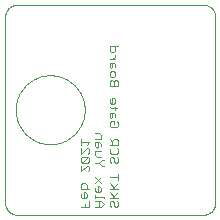
<source format=gbo>
G75*
%MOIN*%
%OFA0B0*%
%FSLAX25Y25*%
%IPPOS*%
%LPD*%
%AMOC8*
5,1,8,0,0,1.08239X$1,22.5*
%
%ADD10C,0.00000*%
%ADD11C,0.00300*%
D10*
X0001000Y0004937D02*
X0001000Y0067063D01*
X0001002Y0067187D01*
X0001008Y0067310D01*
X0001017Y0067434D01*
X0001031Y0067556D01*
X0001048Y0067679D01*
X0001070Y0067801D01*
X0001095Y0067922D01*
X0001124Y0068042D01*
X0001156Y0068161D01*
X0001193Y0068280D01*
X0001233Y0068397D01*
X0001276Y0068512D01*
X0001324Y0068627D01*
X0001375Y0068739D01*
X0001429Y0068850D01*
X0001487Y0068960D01*
X0001548Y0069067D01*
X0001613Y0069173D01*
X0001681Y0069276D01*
X0001752Y0069377D01*
X0001826Y0069476D01*
X0001903Y0069573D01*
X0001984Y0069667D01*
X0002067Y0069758D01*
X0002153Y0069847D01*
X0002242Y0069933D01*
X0002333Y0070016D01*
X0002427Y0070097D01*
X0002524Y0070174D01*
X0002623Y0070248D01*
X0002724Y0070319D01*
X0002827Y0070387D01*
X0002933Y0070452D01*
X0003040Y0070513D01*
X0003150Y0070571D01*
X0003261Y0070625D01*
X0003373Y0070676D01*
X0003488Y0070724D01*
X0003603Y0070767D01*
X0003720Y0070807D01*
X0003839Y0070844D01*
X0003958Y0070876D01*
X0004078Y0070905D01*
X0004199Y0070930D01*
X0004321Y0070952D01*
X0004444Y0070969D01*
X0004566Y0070983D01*
X0004690Y0070992D01*
X0004813Y0070998D01*
X0004937Y0071000D01*
X0067063Y0071000D01*
X0067187Y0070998D01*
X0067310Y0070992D01*
X0067434Y0070983D01*
X0067556Y0070969D01*
X0067679Y0070952D01*
X0067801Y0070930D01*
X0067922Y0070905D01*
X0068042Y0070876D01*
X0068161Y0070844D01*
X0068280Y0070807D01*
X0068397Y0070767D01*
X0068512Y0070724D01*
X0068627Y0070676D01*
X0068739Y0070625D01*
X0068850Y0070571D01*
X0068960Y0070513D01*
X0069067Y0070452D01*
X0069173Y0070387D01*
X0069276Y0070319D01*
X0069377Y0070248D01*
X0069476Y0070174D01*
X0069573Y0070097D01*
X0069667Y0070016D01*
X0069758Y0069933D01*
X0069847Y0069847D01*
X0069933Y0069758D01*
X0070016Y0069667D01*
X0070097Y0069573D01*
X0070174Y0069476D01*
X0070248Y0069377D01*
X0070319Y0069276D01*
X0070387Y0069173D01*
X0070452Y0069067D01*
X0070513Y0068960D01*
X0070571Y0068850D01*
X0070625Y0068739D01*
X0070676Y0068627D01*
X0070724Y0068512D01*
X0070767Y0068397D01*
X0070807Y0068280D01*
X0070844Y0068161D01*
X0070876Y0068042D01*
X0070905Y0067922D01*
X0070930Y0067801D01*
X0070952Y0067679D01*
X0070969Y0067556D01*
X0070983Y0067434D01*
X0070992Y0067310D01*
X0070998Y0067187D01*
X0071000Y0067063D01*
X0071000Y0004937D01*
X0070998Y0004813D01*
X0070992Y0004690D01*
X0070983Y0004566D01*
X0070969Y0004444D01*
X0070952Y0004321D01*
X0070930Y0004199D01*
X0070905Y0004078D01*
X0070876Y0003958D01*
X0070844Y0003839D01*
X0070807Y0003720D01*
X0070767Y0003603D01*
X0070724Y0003488D01*
X0070676Y0003373D01*
X0070625Y0003261D01*
X0070571Y0003150D01*
X0070513Y0003040D01*
X0070452Y0002933D01*
X0070387Y0002827D01*
X0070319Y0002724D01*
X0070248Y0002623D01*
X0070174Y0002524D01*
X0070097Y0002427D01*
X0070016Y0002333D01*
X0069933Y0002242D01*
X0069847Y0002153D01*
X0069758Y0002067D01*
X0069667Y0001984D01*
X0069573Y0001903D01*
X0069476Y0001826D01*
X0069377Y0001752D01*
X0069276Y0001681D01*
X0069173Y0001613D01*
X0069067Y0001548D01*
X0068960Y0001487D01*
X0068850Y0001429D01*
X0068739Y0001375D01*
X0068627Y0001324D01*
X0068512Y0001276D01*
X0068397Y0001233D01*
X0068280Y0001193D01*
X0068161Y0001156D01*
X0068042Y0001124D01*
X0067922Y0001095D01*
X0067801Y0001070D01*
X0067679Y0001048D01*
X0067556Y0001031D01*
X0067434Y0001017D01*
X0067310Y0001008D01*
X0067187Y0001002D01*
X0067063Y0001000D01*
X0004937Y0001000D01*
X0004813Y0001002D01*
X0004690Y0001008D01*
X0004566Y0001017D01*
X0004444Y0001031D01*
X0004321Y0001048D01*
X0004199Y0001070D01*
X0004078Y0001095D01*
X0003958Y0001124D01*
X0003839Y0001156D01*
X0003720Y0001193D01*
X0003603Y0001233D01*
X0003488Y0001276D01*
X0003373Y0001324D01*
X0003261Y0001375D01*
X0003150Y0001429D01*
X0003040Y0001487D01*
X0002933Y0001548D01*
X0002827Y0001613D01*
X0002724Y0001681D01*
X0002623Y0001752D01*
X0002524Y0001826D01*
X0002427Y0001903D01*
X0002333Y0001984D01*
X0002242Y0002067D01*
X0002153Y0002153D01*
X0002067Y0002242D01*
X0001984Y0002333D01*
X0001903Y0002427D01*
X0001826Y0002524D01*
X0001752Y0002623D01*
X0001681Y0002724D01*
X0001613Y0002827D01*
X0001548Y0002933D01*
X0001487Y0003040D01*
X0001429Y0003150D01*
X0001375Y0003261D01*
X0001324Y0003373D01*
X0001276Y0003488D01*
X0001233Y0003603D01*
X0001193Y0003720D01*
X0001156Y0003839D01*
X0001124Y0003958D01*
X0001095Y0004078D01*
X0001070Y0004199D01*
X0001048Y0004321D01*
X0001031Y0004444D01*
X0001017Y0004566D01*
X0001008Y0004690D01*
X0001002Y0004813D01*
X0001000Y0004937D01*
X0004500Y0036000D02*
X0004503Y0036282D01*
X0004514Y0036564D01*
X0004531Y0036846D01*
X0004555Y0037127D01*
X0004586Y0037408D01*
X0004624Y0037687D01*
X0004669Y0037966D01*
X0004721Y0038244D01*
X0004779Y0038520D01*
X0004845Y0038794D01*
X0004917Y0039067D01*
X0004995Y0039338D01*
X0005080Y0039607D01*
X0005172Y0039874D01*
X0005271Y0040139D01*
X0005375Y0040401D01*
X0005487Y0040660D01*
X0005604Y0040917D01*
X0005728Y0041171D01*
X0005858Y0041421D01*
X0005994Y0041668D01*
X0006136Y0041912D01*
X0006284Y0042152D01*
X0006438Y0042389D01*
X0006598Y0042622D01*
X0006763Y0042851D01*
X0006934Y0043075D01*
X0007110Y0043296D01*
X0007292Y0043511D01*
X0007479Y0043723D01*
X0007671Y0043930D01*
X0007868Y0044132D01*
X0008070Y0044329D01*
X0008277Y0044521D01*
X0008489Y0044708D01*
X0008704Y0044890D01*
X0008925Y0045066D01*
X0009149Y0045237D01*
X0009378Y0045402D01*
X0009611Y0045562D01*
X0009848Y0045716D01*
X0010088Y0045864D01*
X0010332Y0046006D01*
X0010579Y0046142D01*
X0010829Y0046272D01*
X0011083Y0046396D01*
X0011340Y0046513D01*
X0011599Y0046625D01*
X0011861Y0046729D01*
X0012126Y0046828D01*
X0012393Y0046920D01*
X0012662Y0047005D01*
X0012933Y0047083D01*
X0013206Y0047155D01*
X0013480Y0047221D01*
X0013756Y0047279D01*
X0014034Y0047331D01*
X0014313Y0047376D01*
X0014592Y0047414D01*
X0014873Y0047445D01*
X0015154Y0047469D01*
X0015436Y0047486D01*
X0015718Y0047497D01*
X0016000Y0047500D01*
X0016282Y0047497D01*
X0016564Y0047486D01*
X0016846Y0047469D01*
X0017127Y0047445D01*
X0017408Y0047414D01*
X0017687Y0047376D01*
X0017966Y0047331D01*
X0018244Y0047279D01*
X0018520Y0047221D01*
X0018794Y0047155D01*
X0019067Y0047083D01*
X0019338Y0047005D01*
X0019607Y0046920D01*
X0019874Y0046828D01*
X0020139Y0046729D01*
X0020401Y0046625D01*
X0020660Y0046513D01*
X0020917Y0046396D01*
X0021171Y0046272D01*
X0021421Y0046142D01*
X0021668Y0046006D01*
X0021912Y0045864D01*
X0022152Y0045716D01*
X0022389Y0045562D01*
X0022622Y0045402D01*
X0022851Y0045237D01*
X0023075Y0045066D01*
X0023296Y0044890D01*
X0023511Y0044708D01*
X0023723Y0044521D01*
X0023930Y0044329D01*
X0024132Y0044132D01*
X0024329Y0043930D01*
X0024521Y0043723D01*
X0024708Y0043511D01*
X0024890Y0043296D01*
X0025066Y0043075D01*
X0025237Y0042851D01*
X0025402Y0042622D01*
X0025562Y0042389D01*
X0025716Y0042152D01*
X0025864Y0041912D01*
X0026006Y0041668D01*
X0026142Y0041421D01*
X0026272Y0041171D01*
X0026396Y0040917D01*
X0026513Y0040660D01*
X0026625Y0040401D01*
X0026729Y0040139D01*
X0026828Y0039874D01*
X0026920Y0039607D01*
X0027005Y0039338D01*
X0027083Y0039067D01*
X0027155Y0038794D01*
X0027221Y0038520D01*
X0027279Y0038244D01*
X0027331Y0037966D01*
X0027376Y0037687D01*
X0027414Y0037408D01*
X0027445Y0037127D01*
X0027469Y0036846D01*
X0027486Y0036564D01*
X0027497Y0036282D01*
X0027500Y0036000D01*
X0027497Y0035718D01*
X0027486Y0035436D01*
X0027469Y0035154D01*
X0027445Y0034873D01*
X0027414Y0034592D01*
X0027376Y0034313D01*
X0027331Y0034034D01*
X0027279Y0033756D01*
X0027221Y0033480D01*
X0027155Y0033206D01*
X0027083Y0032933D01*
X0027005Y0032662D01*
X0026920Y0032393D01*
X0026828Y0032126D01*
X0026729Y0031861D01*
X0026625Y0031599D01*
X0026513Y0031340D01*
X0026396Y0031083D01*
X0026272Y0030829D01*
X0026142Y0030579D01*
X0026006Y0030332D01*
X0025864Y0030088D01*
X0025716Y0029848D01*
X0025562Y0029611D01*
X0025402Y0029378D01*
X0025237Y0029149D01*
X0025066Y0028925D01*
X0024890Y0028704D01*
X0024708Y0028489D01*
X0024521Y0028277D01*
X0024329Y0028070D01*
X0024132Y0027868D01*
X0023930Y0027671D01*
X0023723Y0027479D01*
X0023511Y0027292D01*
X0023296Y0027110D01*
X0023075Y0026934D01*
X0022851Y0026763D01*
X0022622Y0026598D01*
X0022389Y0026438D01*
X0022152Y0026284D01*
X0021912Y0026136D01*
X0021668Y0025994D01*
X0021421Y0025858D01*
X0021171Y0025728D01*
X0020917Y0025604D01*
X0020660Y0025487D01*
X0020401Y0025375D01*
X0020139Y0025271D01*
X0019874Y0025172D01*
X0019607Y0025080D01*
X0019338Y0024995D01*
X0019067Y0024917D01*
X0018794Y0024845D01*
X0018520Y0024779D01*
X0018244Y0024721D01*
X0017966Y0024669D01*
X0017687Y0024624D01*
X0017408Y0024586D01*
X0017127Y0024555D01*
X0016846Y0024531D01*
X0016564Y0024514D01*
X0016282Y0024503D01*
X0016000Y0024500D01*
X0015718Y0024503D01*
X0015436Y0024514D01*
X0015154Y0024531D01*
X0014873Y0024555D01*
X0014592Y0024586D01*
X0014313Y0024624D01*
X0014034Y0024669D01*
X0013756Y0024721D01*
X0013480Y0024779D01*
X0013206Y0024845D01*
X0012933Y0024917D01*
X0012662Y0024995D01*
X0012393Y0025080D01*
X0012126Y0025172D01*
X0011861Y0025271D01*
X0011599Y0025375D01*
X0011340Y0025487D01*
X0011083Y0025604D01*
X0010829Y0025728D01*
X0010579Y0025858D01*
X0010332Y0025994D01*
X0010088Y0026136D01*
X0009848Y0026284D01*
X0009611Y0026438D01*
X0009378Y0026598D01*
X0009149Y0026763D01*
X0008925Y0026934D01*
X0008704Y0027110D01*
X0008489Y0027292D01*
X0008277Y0027479D01*
X0008070Y0027671D01*
X0007868Y0027868D01*
X0007671Y0028070D01*
X0007479Y0028277D01*
X0007292Y0028489D01*
X0007110Y0028704D01*
X0006934Y0028925D01*
X0006763Y0029149D01*
X0006598Y0029378D01*
X0006438Y0029611D01*
X0006284Y0029848D01*
X0006136Y0030088D01*
X0005994Y0030332D01*
X0005858Y0030579D01*
X0005728Y0030829D01*
X0005604Y0031083D01*
X0005487Y0031340D01*
X0005375Y0031599D01*
X0005271Y0031861D01*
X0005172Y0032126D01*
X0005080Y0032393D01*
X0004995Y0032662D01*
X0004917Y0032933D01*
X0004845Y0033206D01*
X0004779Y0033480D01*
X0004721Y0033756D01*
X0004669Y0034034D01*
X0004624Y0034313D01*
X0004586Y0034592D01*
X0004555Y0034873D01*
X0004531Y0035154D01*
X0004514Y0035436D01*
X0004503Y0035718D01*
X0004500Y0036000D01*
D11*
X0026150Y0026211D02*
X0026150Y0024276D01*
X0026150Y0023264D02*
X0026150Y0021329D01*
X0028085Y0023264D01*
X0028569Y0023264D01*
X0029052Y0022780D01*
X0029052Y0021813D01*
X0028569Y0021329D01*
X0028569Y0020318D02*
X0026634Y0018383D01*
X0026150Y0018866D01*
X0026150Y0019834D01*
X0026634Y0020318D01*
X0028569Y0020318D01*
X0029052Y0019834D01*
X0029052Y0018866D01*
X0028569Y0018383D01*
X0026634Y0018383D01*
X0026150Y0017371D02*
X0026150Y0015436D01*
X0028085Y0017371D01*
X0028569Y0017371D01*
X0029052Y0016887D01*
X0029052Y0015920D01*
X0028569Y0015436D01*
X0030950Y0013442D02*
X0032885Y0011507D01*
X0032401Y0010496D02*
X0031917Y0010496D01*
X0031917Y0008561D01*
X0031434Y0008561D02*
X0032401Y0008561D01*
X0032885Y0009045D01*
X0032885Y0010012D01*
X0032401Y0010496D01*
X0030950Y0010012D02*
X0030950Y0009045D01*
X0031434Y0008561D01*
X0030950Y0007564D02*
X0030950Y0006597D01*
X0030950Y0007080D02*
X0033852Y0007080D01*
X0033852Y0006597D01*
X0032885Y0005585D02*
X0030950Y0005585D01*
X0029052Y0005585D02*
X0029052Y0003650D01*
X0026150Y0003650D01*
X0027601Y0003650D02*
X0027601Y0004617D01*
X0027601Y0006597D02*
X0026634Y0006597D01*
X0026150Y0007080D01*
X0026150Y0008048D01*
X0027117Y0008531D02*
X0027117Y0006597D01*
X0027601Y0006597D02*
X0028085Y0007080D01*
X0028085Y0008048D01*
X0027601Y0008531D01*
X0027117Y0008531D01*
X0026150Y0009543D02*
X0026150Y0010994D01*
X0026634Y0011478D01*
X0027601Y0011478D01*
X0028085Y0010994D01*
X0028085Y0009543D01*
X0029052Y0009543D02*
X0026150Y0009543D01*
X0030950Y0011507D02*
X0032885Y0013442D01*
X0035750Y0013457D02*
X0038652Y0013457D01*
X0038652Y0012490D02*
X0038652Y0014425D01*
X0038652Y0011478D02*
X0036717Y0009543D01*
X0037201Y0010027D02*
X0035750Y0011478D01*
X0035750Y0009543D02*
X0038652Y0009543D01*
X0038652Y0008531D02*
X0036717Y0006597D01*
X0037201Y0007080D02*
X0035750Y0008531D01*
X0035750Y0006597D02*
X0038652Y0006597D01*
X0038169Y0005585D02*
X0038652Y0005101D01*
X0038652Y0004134D01*
X0038169Y0003650D01*
X0037685Y0003650D01*
X0037201Y0004134D01*
X0037201Y0005101D01*
X0036717Y0005585D01*
X0036234Y0005585D01*
X0035750Y0005101D01*
X0035750Y0004134D01*
X0036234Y0003650D01*
X0033852Y0004617D02*
X0032885Y0005585D01*
X0032401Y0005585D02*
X0032401Y0003650D01*
X0032885Y0003650D02*
X0033852Y0004617D01*
X0032885Y0003650D02*
X0030950Y0003650D01*
X0033369Y0017400D02*
X0032401Y0018368D01*
X0030950Y0018368D01*
X0032401Y0018368D02*
X0033369Y0019335D01*
X0033852Y0019335D01*
X0032885Y0020347D02*
X0031434Y0020347D01*
X0030950Y0020831D01*
X0030950Y0022282D01*
X0032885Y0022282D01*
X0031434Y0023293D02*
X0031917Y0023777D01*
X0031917Y0025228D01*
X0032401Y0025228D02*
X0032885Y0024745D01*
X0032885Y0023777D01*
X0031434Y0023293D02*
X0030950Y0023777D01*
X0030950Y0025228D01*
X0032401Y0025228D01*
X0032885Y0026240D02*
X0032885Y0027691D01*
X0032401Y0028175D01*
X0030950Y0028175D01*
X0030950Y0026240D02*
X0032885Y0026240D01*
X0035750Y0026211D02*
X0036717Y0025243D01*
X0036717Y0025727D02*
X0036717Y0024276D01*
X0035750Y0024276D02*
X0038652Y0024276D01*
X0038652Y0025727D01*
X0038169Y0026211D01*
X0037201Y0026211D01*
X0036717Y0025727D01*
X0036234Y0023264D02*
X0035750Y0022780D01*
X0035750Y0021813D01*
X0036234Y0021329D01*
X0038169Y0021329D01*
X0038652Y0021813D01*
X0038652Y0022780D01*
X0038169Y0023264D01*
X0038169Y0020318D02*
X0038652Y0019834D01*
X0038652Y0018866D01*
X0038169Y0018383D01*
X0037685Y0018383D01*
X0037201Y0018866D01*
X0037201Y0019834D01*
X0036717Y0020318D01*
X0036234Y0020318D01*
X0035750Y0019834D01*
X0035750Y0018866D01*
X0036234Y0018383D01*
X0033852Y0017400D02*
X0033369Y0017400D01*
X0028085Y0024276D02*
X0029052Y0025243D01*
X0026150Y0025243D01*
X0035750Y0030652D02*
X0035750Y0031620D01*
X0036234Y0032104D01*
X0037201Y0032104D01*
X0037201Y0031136D01*
X0036234Y0030169D02*
X0035750Y0030652D01*
X0036234Y0030169D02*
X0038169Y0030169D01*
X0038652Y0030652D01*
X0038652Y0031620D01*
X0038169Y0032104D01*
X0037685Y0033599D02*
X0037685Y0034566D01*
X0037201Y0035050D01*
X0035750Y0035050D01*
X0035750Y0033599D01*
X0036234Y0033115D01*
X0036717Y0033599D01*
X0036717Y0035050D01*
X0037685Y0036062D02*
X0037685Y0037029D01*
X0038169Y0036545D02*
X0036234Y0036545D01*
X0035750Y0037029D01*
X0036234Y0038026D02*
X0037201Y0038026D01*
X0037685Y0038510D01*
X0037685Y0039477D01*
X0037201Y0039961D01*
X0036717Y0039961D01*
X0036717Y0038026D01*
X0036234Y0038026D02*
X0035750Y0038510D01*
X0035750Y0039477D01*
X0035750Y0043919D02*
X0035750Y0045370D01*
X0036234Y0045854D01*
X0036717Y0045854D01*
X0037201Y0045370D01*
X0037201Y0043919D01*
X0035750Y0043919D02*
X0038652Y0043919D01*
X0038652Y0045370D01*
X0038169Y0045854D01*
X0037685Y0045854D01*
X0037201Y0045370D01*
X0037201Y0046866D02*
X0036234Y0046866D01*
X0035750Y0047349D01*
X0035750Y0048317D01*
X0036234Y0048801D01*
X0037201Y0048801D01*
X0037685Y0048317D01*
X0037685Y0047349D01*
X0037201Y0046866D01*
X0036234Y0049812D02*
X0035750Y0050296D01*
X0035750Y0051747D01*
X0037201Y0051747D01*
X0037685Y0051263D01*
X0037685Y0050296D01*
X0036717Y0050296D02*
X0036717Y0051747D01*
X0036717Y0052759D02*
X0037685Y0053726D01*
X0037685Y0054210D01*
X0037201Y0055214D02*
X0037685Y0055698D01*
X0037685Y0057149D01*
X0038652Y0057149D02*
X0035750Y0057149D01*
X0035750Y0055698D01*
X0036234Y0055214D01*
X0037201Y0055214D01*
X0037685Y0052759D02*
X0035750Y0052759D01*
X0036717Y0050296D02*
X0036234Y0049812D01*
M02*

</source>
